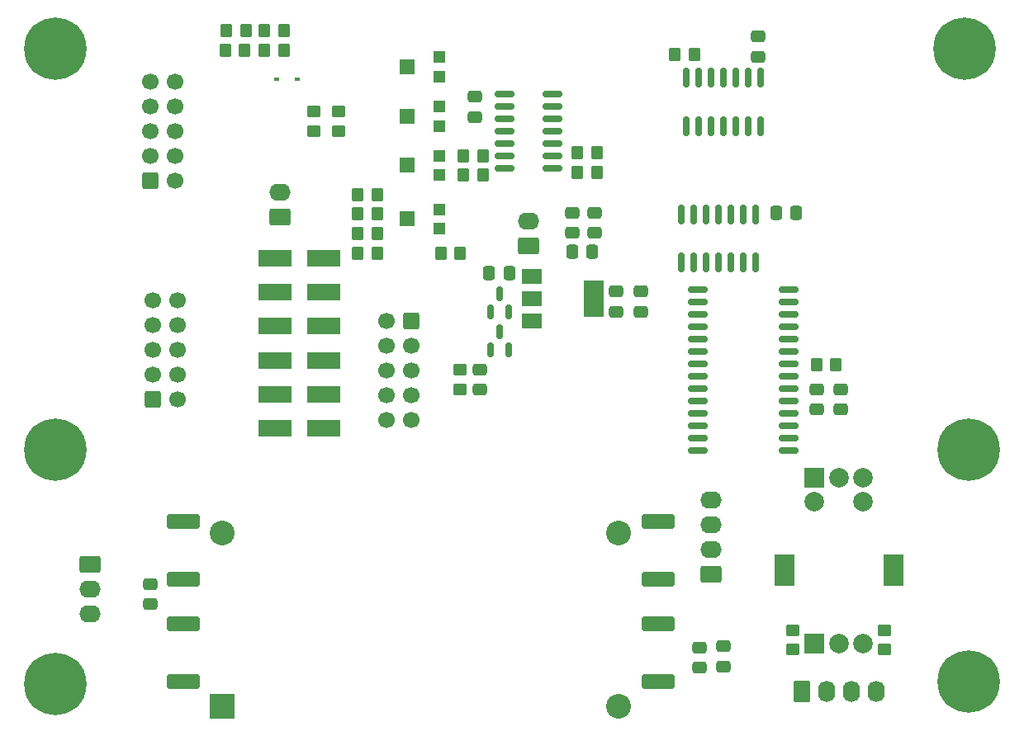
<source format=gbr>
%TF.GenerationSoftware,KiCad,Pcbnew,(6.0.0)*%
%TF.CreationDate,2022-08-08T17:27:53+02:00*%
%TF.ProjectId,K_PA_Protec,4b5f5041-5f50-4726-9f74-65632e6b6963,rev?*%
%TF.SameCoordinates,Original*%
%TF.FileFunction,Soldermask,Bot*%
%TF.FilePolarity,Negative*%
%FSLAX46Y46*%
G04 Gerber Fmt 4.6, Leading zero omitted, Abs format (unit mm)*
G04 Created by KiCad (PCBNEW (6.0.0)) date 2022-08-08 17:27:53*
%MOMM*%
%LPD*%
G01*
G04 APERTURE LIST*
G04 Aperture macros list*
%AMRoundRect*
0 Rectangle with rounded corners*
0 $1 Rounding radius*
0 $2 $3 $4 $5 $6 $7 $8 $9 X,Y pos of 4 corners*
0 Add a 4 corners polygon primitive as box body*
4,1,4,$2,$3,$4,$5,$6,$7,$8,$9,$2,$3,0*
0 Add four circle primitives for the rounded corners*
1,1,$1+$1,$2,$3*
1,1,$1+$1,$4,$5*
1,1,$1+$1,$6,$7*
1,1,$1+$1,$8,$9*
0 Add four rect primitives between the rounded corners*
20,1,$1+$1,$2,$3,$4,$5,0*
20,1,$1+$1,$4,$5,$6,$7,0*
20,1,$1+$1,$6,$7,$8,$9,0*
20,1,$1+$1,$8,$9,$2,$3,0*%
G04 Aperture macros list end*
%ADD10C,0.800000*%
%ADD11C,6.400000*%
%ADD12R,2.000000X2.000000*%
%ADD13C,2.000000*%
%ADD14R,2.000000X3.200000*%
%ADD15RoundRect,0.250000X-0.450000X0.350000X-0.450000X-0.350000X0.450000X-0.350000X0.450000X0.350000X0*%
%ADD16RoundRect,0.250000X0.350000X0.450000X-0.350000X0.450000X-0.350000X-0.450000X0.350000X-0.450000X0*%
%ADD17RoundRect,0.250000X0.337500X0.475000X-0.337500X0.475000X-0.337500X-0.475000X0.337500X-0.475000X0*%
%ADD18RoundRect,0.250000X0.845000X-0.620000X0.845000X0.620000X-0.845000X0.620000X-0.845000X-0.620000X0*%
%ADD19O,2.190000X1.740000*%
%ADD20R,3.500000X1.800000*%
%ADD21RoundRect,0.250000X0.475000X-0.337500X0.475000X0.337500X-0.475000X0.337500X-0.475000X-0.337500X0*%
%ADD22R,0.600000X0.450000*%
%ADD23RoundRect,0.150000X0.875000X0.150000X-0.875000X0.150000X-0.875000X-0.150000X0.875000X-0.150000X0*%
%ADD24R,1.200000X1.200000*%
%ADD25R,1.500000X1.600000*%
%ADD26RoundRect,0.250000X-0.475000X0.337500X-0.475000X-0.337500X0.475000X-0.337500X0.475000X0.337500X0*%
%ADD27RoundRect,0.250000X-0.350000X-0.450000X0.350000X-0.450000X0.350000X0.450000X-0.350000X0.450000X0*%
%ADD28RoundRect,0.250000X0.450000X-0.350000X0.450000X0.350000X-0.450000X0.350000X-0.450000X-0.350000X0*%
%ADD29RoundRect,0.250000X0.600000X0.600000X-0.600000X0.600000X-0.600000X-0.600000X0.600000X-0.600000X0*%
%ADD30C,1.700000*%
%ADD31R,2.000000X1.500000*%
%ADD32R,2.000000X3.800000*%
%ADD33RoundRect,0.250000X-0.620000X-0.845000X0.620000X-0.845000X0.620000X0.845000X-0.620000X0.845000X0*%
%ADD34O,1.740000X2.190000*%
%ADD35RoundRect,0.150000X-0.825000X-0.150000X0.825000X-0.150000X0.825000X0.150000X-0.825000X0.150000X0*%
%ADD36RoundRect,0.249999X-1.425001X0.512501X-1.425001X-0.512501X1.425001X-0.512501X1.425001X0.512501X0*%
%ADD37RoundRect,0.250000X-0.337500X-0.475000X0.337500X-0.475000X0.337500X0.475000X-0.337500X0.475000X0*%
%ADD38RoundRect,0.150000X0.150000X-0.587500X0.150000X0.587500X-0.150000X0.587500X-0.150000X-0.587500X0*%
%ADD39RoundRect,0.250000X-0.845000X0.620000X-0.845000X-0.620000X0.845000X-0.620000X0.845000X0.620000X0*%
%ADD40R,2.540000X2.540000*%
%ADD41C,2.540000*%
%ADD42RoundRect,0.249999X1.425001X-0.512501X1.425001X0.512501X-1.425001X0.512501X-1.425001X-0.512501X0*%
%ADD43RoundRect,0.250000X-0.600000X-0.600000X0.600000X-0.600000X0.600000X0.600000X-0.600000X0.600000X0*%
%ADD44RoundRect,0.150000X0.150000X-0.825000X0.150000X0.825000X-0.150000X0.825000X-0.150000X-0.825000X0*%
G04 APERTURE END LIST*
D10*
%TO.C,J11*%
X68302944Y-53302944D03*
X72400000Y-55000000D03*
X70000000Y-52600000D03*
X71697056Y-53302944D03*
X70000000Y-57400000D03*
X71697056Y-56697056D03*
X68302944Y-56697056D03*
D11*
X70000000Y-55000000D03*
D10*
X67600000Y-55000000D03*
%TD*%
%TO.C,J10*%
X165297056Y-97897056D03*
X166000000Y-96200000D03*
X163600000Y-98600000D03*
X161200000Y-96200000D03*
X161902944Y-97897056D03*
D11*
X163600000Y-96200000D03*
D10*
X165297056Y-94502944D03*
X163600000Y-93800000D03*
X161902944Y-94502944D03*
%TD*%
%TO.C,J9*%
X68302944Y-118502944D03*
X67600000Y-120200000D03*
X70000000Y-117800000D03*
X72400000Y-120200000D03*
X71697056Y-121897056D03*
D11*
X70000000Y-120200000D03*
D10*
X70000000Y-122600000D03*
X71697056Y-118502944D03*
X68302944Y-121897056D03*
%TD*%
%TO.C,J14*%
X163200000Y-52600000D03*
X160800000Y-55000000D03*
X164897056Y-53302944D03*
X164897056Y-56697056D03*
X161502944Y-53302944D03*
X163200000Y-57400000D03*
X161502944Y-56697056D03*
X165600000Y-55000000D03*
D11*
X163200000Y-55000000D03*
%TD*%
D10*
%TO.C,J12*%
X163600000Y-117600000D03*
D11*
X163600000Y-120000000D03*
D10*
X161902944Y-118302944D03*
X161902944Y-121697056D03*
X166000000Y-120000000D03*
X165297056Y-118302944D03*
X161200000Y-120000000D03*
X165297056Y-121697056D03*
X163600000Y-122400000D03*
%TD*%
D12*
%TO.C,SW1*%
X147800000Y-99037500D03*
D13*
X152800000Y-99037500D03*
X150300000Y-99037500D03*
D12*
X147800000Y-116037500D03*
D13*
X152800000Y-116037500D03*
X150300000Y-116037500D03*
D14*
X155900000Y-108537500D03*
X144700000Y-108537500D03*
D13*
X152800000Y-101537500D03*
X147800000Y-101537500D03*
%TD*%
D10*
%TO.C,J13*%
X71697056Y-94502944D03*
D11*
X70000000Y-96200000D03*
D10*
X67600000Y-96200000D03*
X71697056Y-97897056D03*
X68302944Y-97897056D03*
X70000000Y-93800000D03*
X68302944Y-94502944D03*
X72400000Y-96200000D03*
X70000000Y-98600000D03*
%TD*%
D15*
%TO.C,R5*%
X155000000Y-114700000D03*
X155000000Y-116700000D03*
%TD*%
D16*
%TO.C,R7*%
X103000000Y-70000000D03*
X101000000Y-70000000D03*
%TD*%
D17*
%TO.C,C9*%
X145937500Y-71900000D03*
X143862500Y-71900000D03*
%TD*%
D18*
%TO.C,J8*%
X137180000Y-109000000D03*
D19*
X137180000Y-106460000D03*
X137180000Y-103920000D03*
X137180000Y-101380000D03*
%TD*%
D17*
%TO.C,C6*%
X125037500Y-75900000D03*
X122962500Y-75900000D03*
%TD*%
D16*
%TO.C,R31*%
X150000000Y-87500000D03*
X148000000Y-87500000D03*
%TD*%
D20*
%TO.C,D3*%
X92500000Y-90500000D03*
X97500000Y-90500000D03*
%TD*%
D21*
%TO.C,C8*%
X150500000Y-92037500D03*
X150500000Y-89962500D03*
%TD*%
D20*
%TO.C,D6*%
X92500000Y-76500000D03*
X97500000Y-76500000D03*
%TD*%
D18*
%TO.C,J4*%
X92980000Y-72270000D03*
D19*
X92980000Y-69730000D03*
%TD*%
D22*
%TO.C,D1*%
X92650000Y-58200000D03*
X94750000Y-58200000D03*
%TD*%
D15*
%TO.C,R23*%
X145600000Y-114700000D03*
X145600000Y-116700000D03*
%TD*%
%TO.C,R6*%
X99000000Y-61500000D03*
X99000000Y-63500000D03*
%TD*%
D23*
%TO.C,IC1*%
X145150000Y-79745000D03*
X145150000Y-81015000D03*
X145150000Y-82285000D03*
X145150000Y-83555000D03*
X145150000Y-84825000D03*
X145150000Y-86095000D03*
X145150000Y-87365000D03*
X145150000Y-88635000D03*
X145150000Y-89905000D03*
X145150000Y-91175000D03*
X145150000Y-92445000D03*
X145150000Y-93715000D03*
X145150000Y-94985000D03*
X145150000Y-96255000D03*
X135850000Y-96255000D03*
X135850000Y-94985000D03*
X135850000Y-93715000D03*
X135850000Y-92445000D03*
X135850000Y-91175000D03*
X135850000Y-89905000D03*
X135850000Y-88635000D03*
X135850000Y-87365000D03*
X135850000Y-86095000D03*
X135850000Y-84825000D03*
X135850000Y-83555000D03*
X135850000Y-82285000D03*
X135850000Y-81015000D03*
X135850000Y-79745000D03*
%TD*%
D16*
%TO.C,R22*%
X93400000Y-53200000D03*
X91400000Y-53200000D03*
%TD*%
D20*
%TO.C,D5*%
X92500000Y-83500000D03*
X97500000Y-83500000D03*
%TD*%
D24*
%TO.C,RV13*%
X109300000Y-61000000D03*
D25*
X106050000Y-62000000D03*
D24*
X109300000Y-63000000D03*
%TD*%
D26*
%TO.C,C11*%
X125250000Y-71862500D03*
X125250000Y-73937500D03*
%TD*%
D20*
%TO.C,D7*%
X92500000Y-80000000D03*
X97500000Y-80000000D03*
%TD*%
D27*
%TO.C,R19*%
X109500000Y-76000000D03*
X111500000Y-76000000D03*
%TD*%
D24*
%TO.C,RV14*%
X109300000Y-66000000D03*
D25*
X106050000Y-67000000D03*
D24*
X109300000Y-68000000D03*
%TD*%
D27*
%TO.C,R21*%
X133500000Y-55600000D03*
X135500000Y-55600000D03*
%TD*%
D21*
%TO.C,C5*%
X130000000Y-82037500D03*
X130000000Y-79962500D03*
%TD*%
D28*
%TO.C,R24*%
X96500000Y-63500000D03*
X96500000Y-61500000D03*
%TD*%
D16*
%TO.C,R1*%
X113800000Y-66000000D03*
X111800000Y-66000000D03*
%TD*%
D20*
%TO.C,D2*%
X92500000Y-94000000D03*
X97500000Y-94000000D03*
%TD*%
D29*
%TO.C,J3*%
X106500000Y-83000000D03*
D30*
X103960000Y-83000000D03*
X106500000Y-85540000D03*
X103960000Y-85540000D03*
X106500000Y-88080000D03*
X103960000Y-88080000D03*
X106500000Y-90620000D03*
X103960000Y-90620000D03*
X106500000Y-93160000D03*
X103960000Y-93160000D03*
%TD*%
D31*
%TO.C,U4*%
X118850000Y-83000000D03*
X118850000Y-80700000D03*
D32*
X125150000Y-80700000D03*
D31*
X118850000Y-78400000D03*
%TD*%
D33*
%TO.C,J2*%
X146500000Y-121000000D03*
D34*
X149040000Y-121000000D03*
X151580000Y-121000000D03*
X154120000Y-121000000D03*
%TD*%
D35*
%TO.C,U1*%
X116025000Y-67310000D03*
X116025000Y-66040000D03*
X116025000Y-64770000D03*
X116025000Y-63500000D03*
X116025000Y-62230000D03*
X116025000Y-60960000D03*
X116025000Y-59690000D03*
X120975000Y-59690000D03*
X120975000Y-60960000D03*
X120975000Y-62230000D03*
X120975000Y-63500000D03*
X120975000Y-64770000D03*
X120975000Y-66040000D03*
X120975000Y-67310000D03*
%TD*%
D36*
%TO.C,L3*%
X131800000Y-103512500D03*
X131800000Y-109487500D03*
%TD*%
D37*
%TO.C,C3*%
X114462500Y-78100000D03*
X116537500Y-78100000D03*
%TD*%
D21*
%TO.C,C4*%
X127500000Y-82037500D03*
X127500000Y-79962500D03*
%TD*%
D16*
%TO.C,R18*%
X93400000Y-55200000D03*
X91400000Y-55200000D03*
%TD*%
D21*
%TO.C,C1*%
X138500000Y-118437500D03*
X138500000Y-116362500D03*
%TD*%
%TO.C,C2*%
X113000000Y-62037500D03*
X113000000Y-59962500D03*
%TD*%
D27*
%TO.C,R11*%
X87400000Y-55200000D03*
X89400000Y-55200000D03*
%TD*%
D38*
%TO.C,Q1*%
X116450000Y-85937500D03*
X114550000Y-85937500D03*
X115500000Y-84062500D03*
%TD*%
D39*
%TO.C,J7*%
X73520000Y-107960000D03*
D19*
X73520000Y-110500000D03*
X73520000Y-113040000D03*
%TD*%
D21*
%TO.C,C16*%
X113500000Y-90037500D03*
X113500000Y-87962500D03*
%TD*%
D40*
%TO.C,U6*%
X87080000Y-122490000D03*
D41*
X87080000Y-104710000D03*
X127720000Y-104710000D03*
X127720000Y-122490000D03*
%TD*%
D26*
%TO.C,C12*%
X123000000Y-71862500D03*
X123000000Y-73937500D03*
%TD*%
D28*
%TO.C,R16*%
X111500000Y-90000000D03*
X111500000Y-88000000D03*
%TD*%
D42*
%TO.C,L1*%
X131800000Y-119987500D03*
X131800000Y-114012500D03*
%TD*%
D27*
%TO.C,R3*%
X123500000Y-65700000D03*
X125500000Y-65700000D03*
%TD*%
D24*
%TO.C,RV15*%
X109300000Y-71500000D03*
D25*
X106050000Y-72500000D03*
D24*
X109300000Y-73500000D03*
%TD*%
D43*
%TO.C,J1*%
X79747500Y-68580000D03*
D30*
X82287500Y-68580000D03*
X79747500Y-66040000D03*
X82287500Y-66040000D03*
X79747500Y-63500000D03*
X82287500Y-63500000D03*
X79747500Y-60960000D03*
X82287500Y-60960000D03*
X79747500Y-58420000D03*
X82287500Y-58420000D03*
%TD*%
D20*
%TO.C,D4*%
X92500000Y-87000000D03*
X97500000Y-87000000D03*
%TD*%
D26*
%TO.C,C15*%
X79750000Y-109962500D03*
X79750000Y-112037500D03*
%TD*%
D27*
%TO.C,R20*%
X101000000Y-74000000D03*
X103000000Y-74000000D03*
%TD*%
%TO.C,R4*%
X123500000Y-67700000D03*
X125500000Y-67700000D03*
%TD*%
D44*
%TO.C,U2*%
X142310000Y-62975000D03*
X141040000Y-62975000D03*
X139770000Y-62975000D03*
X138500000Y-62975000D03*
X137230000Y-62975000D03*
X135960000Y-62975000D03*
X134690000Y-62975000D03*
X134690000Y-58025000D03*
X135960000Y-58025000D03*
X137230000Y-58025000D03*
X138500000Y-58025000D03*
X139770000Y-58025000D03*
X141040000Y-58025000D03*
X142310000Y-58025000D03*
%TD*%
D24*
%TO.C,RV12*%
X109300000Y-55900000D03*
D25*
X106050000Y-56900000D03*
D24*
X109300000Y-57900000D03*
%TD*%
D44*
%TO.C,U3*%
X141810000Y-76975000D03*
X140540000Y-76975000D03*
X139270000Y-76975000D03*
X138000000Y-76975000D03*
X136730000Y-76975000D03*
X135460000Y-76975000D03*
X134190000Y-76975000D03*
X134190000Y-72025000D03*
X135460000Y-72025000D03*
X136730000Y-72025000D03*
X138000000Y-72025000D03*
X139270000Y-72025000D03*
X140540000Y-72025000D03*
X141810000Y-72025000D03*
%TD*%
D21*
%TO.C,C7*%
X148000000Y-92037500D03*
X148000000Y-89962500D03*
%TD*%
D43*
%TO.C,J5*%
X80000000Y-91000000D03*
D30*
X82540000Y-91000000D03*
X80000000Y-88460000D03*
X82540000Y-88460000D03*
X80000000Y-85920000D03*
X82540000Y-85920000D03*
X80000000Y-83380000D03*
X82540000Y-83380000D03*
X80000000Y-80840000D03*
X82540000Y-80840000D03*
%TD*%
D16*
%TO.C,R8*%
X103000000Y-76000000D03*
X101000000Y-76000000D03*
%TD*%
D27*
%TO.C,R17*%
X101000000Y-72000000D03*
X103000000Y-72000000D03*
%TD*%
%TO.C,R9*%
X87500000Y-53200000D03*
X89500000Y-53200000D03*
%TD*%
D42*
%TO.C,L4*%
X83100000Y-109487500D03*
X83100000Y-103512500D03*
%TD*%
D26*
%TO.C,C10*%
X142000000Y-53762500D03*
X142000000Y-55837500D03*
%TD*%
D18*
%TO.C,J6*%
X118480000Y-75270000D03*
D19*
X118480000Y-72730000D03*
%TD*%
D38*
%TO.C,Q2*%
X116450000Y-82037500D03*
X114550000Y-82037500D03*
X115500000Y-80162500D03*
%TD*%
D36*
%TO.C,L2*%
X83100000Y-114012500D03*
X83100000Y-119987500D03*
%TD*%
D16*
%TO.C,R2*%
X113800000Y-68000000D03*
X111800000Y-68000000D03*
%TD*%
D21*
%TO.C,C24*%
X136000000Y-118537500D03*
X136000000Y-116462500D03*
%TD*%
M02*

</source>
